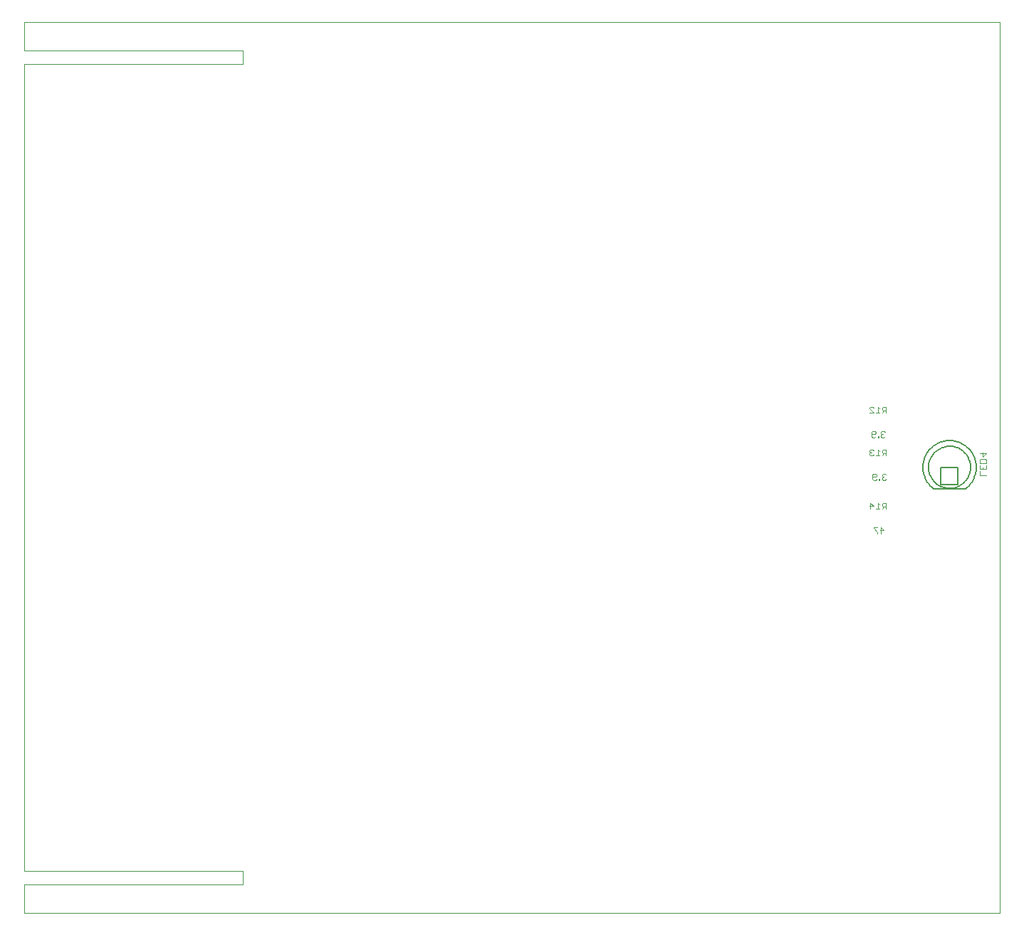
<source format=gbo>
G75*
G70*
%OFA0B0*%
%FSLAX24Y24*%
%IPPOS*%
%LPD*%
%AMOC8*
5,1,8,0,0,1.08239X$1,22.5*
%
%ADD10C,0.0000*%
%ADD11C,0.0050*%
%ADD12C,0.0030*%
D10*
X000180Y000180D02*
X000180Y001519D01*
X010416Y001519D01*
X010416Y002149D01*
X000180Y002149D01*
X000180Y039944D01*
X010416Y039944D01*
X010416Y040574D01*
X000180Y040574D01*
X000180Y041912D01*
X045849Y041912D01*
X045849Y000180D01*
X000180Y000180D01*
D11*
X042737Y020046D02*
X044237Y020046D01*
X043887Y020246D02*
X043087Y020246D01*
X043087Y021046D01*
X043887Y021046D01*
X043887Y020246D01*
X042503Y021046D02*
X042505Y021108D01*
X042511Y021171D01*
X042521Y021232D01*
X042535Y021293D01*
X042552Y021353D01*
X042573Y021412D01*
X042599Y021469D01*
X042627Y021524D01*
X042659Y021578D01*
X042695Y021629D01*
X042733Y021679D01*
X042775Y021725D01*
X042819Y021769D01*
X042867Y021810D01*
X042916Y021848D01*
X042968Y021882D01*
X043022Y021913D01*
X043078Y021941D01*
X043136Y021965D01*
X043195Y021986D01*
X043255Y022002D01*
X043316Y022015D01*
X043378Y022024D01*
X043440Y022029D01*
X043503Y022030D01*
X043565Y022027D01*
X043627Y022020D01*
X043689Y022009D01*
X043749Y021994D01*
X043809Y021976D01*
X043867Y021954D01*
X043924Y021928D01*
X043979Y021898D01*
X044032Y021865D01*
X044083Y021829D01*
X044131Y021790D01*
X044177Y021747D01*
X044220Y021702D01*
X044260Y021654D01*
X044297Y021604D01*
X044331Y021551D01*
X044362Y021497D01*
X044388Y021441D01*
X044412Y021383D01*
X044431Y021323D01*
X044447Y021263D01*
X044459Y021201D01*
X044467Y021140D01*
X044471Y021077D01*
X044471Y021015D01*
X044467Y020952D01*
X044459Y020891D01*
X044447Y020829D01*
X044431Y020769D01*
X044412Y020709D01*
X044388Y020651D01*
X044362Y020595D01*
X044331Y020541D01*
X044297Y020488D01*
X044260Y020438D01*
X044220Y020390D01*
X044177Y020345D01*
X044131Y020302D01*
X044083Y020263D01*
X044032Y020227D01*
X043979Y020194D01*
X043924Y020164D01*
X043867Y020138D01*
X043809Y020116D01*
X043749Y020098D01*
X043689Y020083D01*
X043627Y020072D01*
X043565Y020065D01*
X043503Y020062D01*
X043440Y020063D01*
X043378Y020068D01*
X043316Y020077D01*
X043255Y020090D01*
X043195Y020106D01*
X043136Y020127D01*
X043078Y020151D01*
X043022Y020179D01*
X042968Y020210D01*
X042916Y020244D01*
X042867Y020282D01*
X042819Y020323D01*
X042775Y020367D01*
X042733Y020413D01*
X042695Y020463D01*
X042659Y020514D01*
X042627Y020568D01*
X042599Y020623D01*
X042573Y020680D01*
X042552Y020739D01*
X042535Y020799D01*
X042521Y020860D01*
X042511Y020921D01*
X042505Y020984D01*
X042503Y021046D01*
X042737Y020046D02*
X042683Y020089D01*
X042631Y020135D01*
X042582Y020184D01*
X042535Y020236D01*
X042492Y020290D01*
X042451Y020346D01*
X042414Y020405D01*
X042380Y020465D01*
X042350Y020528D01*
X042323Y020591D01*
X042299Y020657D01*
X042279Y020723D01*
X042263Y020791D01*
X042251Y020859D01*
X042243Y020928D01*
X042238Y020997D01*
X042237Y021067D01*
X042240Y021136D01*
X042247Y021205D01*
X042258Y021273D01*
X042272Y021341D01*
X042291Y021408D01*
X042313Y021474D01*
X042338Y021539D01*
X042367Y021602D01*
X042400Y021663D01*
X042436Y021722D01*
X042475Y021779D01*
X042517Y021835D01*
X042562Y021887D01*
X042610Y021937D01*
X042661Y021984D01*
X042715Y022029D01*
X042770Y022070D01*
X042828Y022108D01*
X042888Y022143D01*
X042950Y022175D01*
X043013Y022203D01*
X043078Y022227D01*
X043144Y022248D01*
X043212Y022265D01*
X043280Y022279D01*
X043349Y022288D01*
X043418Y022294D01*
X043487Y022296D01*
X043556Y022294D01*
X043625Y022288D01*
X043694Y022279D01*
X043762Y022265D01*
X043830Y022248D01*
X043896Y022227D01*
X043961Y022203D01*
X044024Y022175D01*
X044086Y022143D01*
X044146Y022108D01*
X044204Y022070D01*
X044259Y022029D01*
X044313Y021984D01*
X044364Y021937D01*
X044412Y021887D01*
X044457Y021835D01*
X044499Y021779D01*
X044538Y021722D01*
X044574Y021663D01*
X044607Y021602D01*
X044636Y021539D01*
X044661Y021474D01*
X044683Y021408D01*
X044702Y021341D01*
X044716Y021273D01*
X044727Y021205D01*
X044734Y021136D01*
X044737Y021067D01*
X044736Y020997D01*
X044731Y020928D01*
X044723Y020859D01*
X044711Y020791D01*
X044695Y020723D01*
X044675Y020657D01*
X044651Y020591D01*
X044624Y020528D01*
X044594Y020465D01*
X044560Y020405D01*
X044523Y020346D01*
X044482Y020290D01*
X044439Y020236D01*
X044392Y020184D01*
X044343Y020135D01*
X044291Y020089D01*
X044237Y020046D01*
D12*
X044902Y020661D02*
X044902Y020855D01*
X044902Y020956D02*
X044902Y021149D01*
X044902Y021250D02*
X044902Y021396D01*
X044950Y021444D01*
X045144Y021444D01*
X045192Y021396D01*
X045192Y021250D01*
X044902Y021250D01*
X045047Y021053D02*
X045047Y020956D01*
X045192Y020956D02*
X044902Y020956D01*
X045192Y020956D02*
X045192Y021149D01*
X045047Y021545D02*
X045047Y021739D01*
X044902Y021690D02*
X045192Y021690D01*
X045047Y021545D01*
X045192Y020661D02*
X044902Y020661D01*
X040515Y020687D02*
X040467Y020735D01*
X040370Y020735D01*
X040322Y020687D01*
X040322Y020638D01*
X040370Y020590D01*
X040322Y020542D01*
X040322Y020493D01*
X040370Y020445D01*
X040467Y020445D01*
X040515Y020493D01*
X040418Y020590D02*
X040370Y020590D01*
X040220Y020493D02*
X040172Y020493D01*
X040172Y020445D01*
X040220Y020445D01*
X040220Y020493D01*
X040073Y020493D02*
X040025Y020445D01*
X039928Y020445D01*
X039880Y020493D01*
X039880Y020687D01*
X039928Y020735D01*
X040025Y020735D01*
X040073Y020687D01*
X040073Y020638D01*
X040025Y020590D01*
X039880Y020590D01*
X039781Y019385D02*
X039926Y019240D01*
X039732Y019240D01*
X039781Y019095D02*
X039781Y019385D01*
X040124Y019385D02*
X040124Y019095D01*
X040220Y019095D02*
X040027Y019095D01*
X040220Y019288D02*
X040124Y019385D01*
X040322Y019337D02*
X040370Y019385D01*
X040515Y019385D01*
X040515Y019095D01*
X040515Y019192D02*
X040370Y019192D01*
X040322Y019240D01*
X040322Y019337D01*
X040418Y019192D02*
X040322Y019095D01*
X040270Y018235D02*
X040415Y018090D01*
X040222Y018090D01*
X040120Y017993D02*
X040120Y017945D01*
X040120Y017993D02*
X039927Y018187D01*
X039927Y018235D01*
X040120Y018235D01*
X040270Y018235D02*
X040270Y017945D01*
X040220Y021595D02*
X040027Y021595D01*
X040124Y021595D02*
X040124Y021885D01*
X040220Y021788D01*
X040322Y021740D02*
X040370Y021692D01*
X040515Y021692D01*
X040418Y021692D02*
X040322Y021595D01*
X040322Y021740D02*
X040322Y021837D01*
X040370Y021885D01*
X040515Y021885D01*
X040515Y021595D01*
X039926Y021643D02*
X039877Y021595D01*
X039781Y021595D01*
X039732Y021643D01*
X039732Y021692D01*
X039781Y021740D01*
X039829Y021740D01*
X039781Y021740D02*
X039732Y021788D01*
X039732Y021837D01*
X039781Y021885D01*
X039877Y021885D01*
X039926Y021837D01*
X039878Y022445D02*
X039830Y022493D01*
X039830Y022687D01*
X039878Y022735D01*
X039975Y022735D01*
X040023Y022687D01*
X040023Y022638D01*
X039975Y022590D01*
X039830Y022590D01*
X039878Y022445D02*
X039975Y022445D01*
X040023Y022493D01*
X040122Y022493D02*
X040122Y022445D01*
X040170Y022445D01*
X040170Y022493D01*
X040122Y022493D01*
X040272Y022493D02*
X040320Y022445D01*
X040417Y022445D01*
X040465Y022493D01*
X040368Y022590D02*
X040320Y022590D01*
X040272Y022542D01*
X040272Y022493D01*
X040320Y022590D02*
X040272Y022638D01*
X040272Y022687D01*
X040320Y022735D01*
X040417Y022735D01*
X040465Y022687D01*
X040515Y023595D02*
X040515Y023885D01*
X040370Y023885D01*
X040322Y023837D01*
X040322Y023740D01*
X040370Y023692D01*
X040515Y023692D01*
X040418Y023692D02*
X040322Y023595D01*
X040220Y023595D02*
X040027Y023595D01*
X040124Y023595D02*
X040124Y023885D01*
X040220Y023788D01*
X039926Y023837D02*
X039877Y023885D01*
X039781Y023885D01*
X039732Y023837D01*
X039732Y023788D01*
X039926Y023595D01*
X039732Y023595D01*
M02*

</source>
